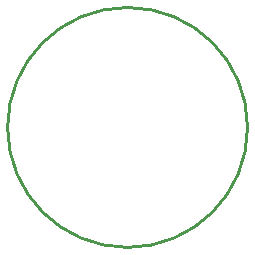
<source format=gko>
%FSLAX25Y25*%
%MOIN*%
G70*
G01*
G75*
G04 Layer_Color=16711935*
%ADD10R,0.04724X0.02638*%
%ADD11R,0.01969X0.01969*%
%ADD12C,0.02362*%
%ADD13C,0.02500*%
%ADD14C,0.00787*%
%ADD15C,0.08000*%
%ADD16C,0.18000*%
%ADD17C,0.01969*%
%ADD18C,0.02953*%
%ADD19C,0.00800*%
%ADD20C,0.01200*%
%ADD21C,0.01000*%
%ADD22C,0.01500*%
%ADD23C,0.00394*%
%ADD24R,0.03937X0.01850*%
%ADD25C,0.08800*%
%ADD26C,0.18800*%
D21*
X68000Y-35D02*
G03*
X68000Y-35I-40000J0D01*
G01*
M02*

</source>
